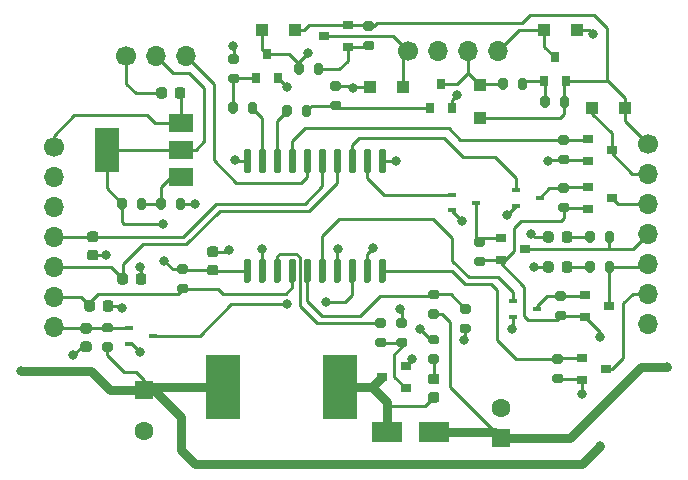
<source format=gbr>
%TF.GenerationSoftware,KiCad,Pcbnew,5.1.12-84ad8e8a86~92~ubuntu20.04.1*%
%TF.CreationDate,2023-10-24T12:46:34+02:00*%
%TF.ProjectId,boost_sequencer,626f6f73-745f-4736-9571-75656e636572,rev?*%
%TF.SameCoordinates,Original*%
%TF.FileFunction,Copper,L1,Top*%
%TF.FilePolarity,Positive*%
%FSLAX46Y46*%
G04 Gerber Fmt 4.6, Leading zero omitted, Abs format (unit mm)*
G04 Created by KiCad (PCBNEW 5.1.12-84ad8e8a86~92~ubuntu20.04.1) date 2023-10-24 12:46:34*
%MOMM*%
%LPD*%
G01*
G04 APERTURE LIST*
%TA.AperFunction,ComponentPad*%
%ADD10O,1.700000X1.700000*%
%TD*%
%TA.AperFunction,ComponentPad*%
%ADD11C,1.700000*%
%TD*%
%TA.AperFunction,SMDPad,CuDef*%
%ADD12R,0.900000X0.800000*%
%TD*%
%TA.AperFunction,SMDPad,CuDef*%
%ADD13R,0.800000X0.900000*%
%TD*%
%TA.AperFunction,SMDPad,CuDef*%
%ADD14R,1.100000X1.100000*%
%TD*%
%TA.AperFunction,SMDPad,CuDef*%
%ADD15R,0.700000X0.450000*%
%TD*%
%TA.AperFunction,SMDPad,CuDef*%
%ADD16R,2.500000X1.800000*%
%TD*%
%TA.AperFunction,SMDPad,CuDef*%
%ADD17R,2.900000X5.400000*%
%TD*%
%TA.AperFunction,SMDPad,CuDef*%
%ADD18R,2.000000X1.500000*%
%TD*%
%TA.AperFunction,SMDPad,CuDef*%
%ADD19R,2.000000X3.800000*%
%TD*%
%TA.AperFunction,ComponentPad*%
%ADD20C,1.600000*%
%TD*%
%TA.AperFunction,ComponentPad*%
%ADD21R,1.600000X1.600000*%
%TD*%
%TA.AperFunction,ViaPad*%
%ADD22C,0.800000*%
%TD*%
%TA.AperFunction,Conductor*%
%ADD23C,0.250000*%
%TD*%
%TA.AperFunction,Conductor*%
%ADD24C,0.800000*%
%TD*%
G04 APERTURE END LIST*
D10*
%TO.P,J2,3*%
%TO.N,Net-(J2-Pad3)*%
X380280000Y-107900000D03*
%TO.P,J2,2*%
%TO.N,Net-(C1-Pad1)*%
X377740000Y-107900000D03*
D11*
%TO.P,J2,1*%
%TO.N,GND*%
X375200000Y-107900000D03*
%TD*%
D10*
%TO.P,J4,7*%
%TO.N,GND*%
X419354000Y-130556000D03*
%TO.P,J4,6*%
%TO.N,Net-(J4-Pad6)*%
X419354000Y-128016000D03*
%TO.P,J4,5*%
%TO.N,Net-(J4-Pad5)*%
X419354000Y-125476000D03*
%TO.P,J4,4*%
%TO.N,Net-(J4-Pad4)*%
X419354000Y-122936000D03*
%TO.P,J4,3*%
%TO.N,Net-(J4-Pad3)*%
X419354000Y-120396000D03*
%TO.P,J4,2*%
%TO.N,Net-(D5-Pad2)*%
X419354000Y-117856000D03*
D11*
%TO.P,J4,1*%
%TO.N,+28V*%
X419354000Y-115316000D03*
%TD*%
D10*
%TO.P,J1,7*%
%TO.N,Net-(C5-Pad1)*%
X369062000Y-130810000D03*
%TO.P,J1,6*%
%TO.N,Net-(C7-Pad1)*%
X369062000Y-128270000D03*
%TO.P,J1,5*%
%TO.N,Net-(C9-Pad1)*%
X369062000Y-125730000D03*
%TO.P,J1,4*%
%TO.N,Net-(C8-Pad1)*%
X369062000Y-123190000D03*
%TO.P,J1,3*%
%TO.N,GND*%
X369062000Y-120650000D03*
%TO.P,J1,2*%
X369062000Y-118110000D03*
D11*
%TO.P,J1,1*%
%TO.N,+12V*%
X369062000Y-115570000D03*
%TD*%
D10*
%TO.P,J3,4*%
%TO.N,Net-(D7-Pad1)*%
X406654000Y-107442000D03*
%TO.P,J3,3*%
%TO.N,Net-(D1-Pad2)*%
X404114000Y-107442000D03*
%TO.P,J3,2*%
%TO.N,Net-(D4-Pad2)*%
X401574000Y-107442000D03*
D11*
%TO.P,J3,1*%
%TO.N,Net-(D8-Pad1)*%
X399034000Y-107442000D03*
%TD*%
%TO.P,R24,2*%
%TO.N,Net-(C7-Pad1)*%
%TA.AperFunction,SMDPad,CuDef*%
G36*
G01*
X379709000Y-127171000D02*
X380259000Y-127171000D01*
G75*
G02*
X380459000Y-127371000I0J-200000D01*
G01*
X380459000Y-127771000D01*
G75*
G02*
X380259000Y-127971000I-200000J0D01*
G01*
X379709000Y-127971000D01*
G75*
G02*
X379509000Y-127771000I0J200000D01*
G01*
X379509000Y-127371000D01*
G75*
G02*
X379709000Y-127171000I200000J0D01*
G01*
G37*
%TD.AperFunction*%
%TO.P,R24,1*%
%TO.N,Net-(C1-Pad1)*%
%TA.AperFunction,SMDPad,CuDef*%
G36*
G01*
X379709000Y-125521000D02*
X380259000Y-125521000D01*
G75*
G02*
X380459000Y-125721000I0J-200000D01*
G01*
X380459000Y-126121000D01*
G75*
G02*
X380259000Y-126321000I-200000J0D01*
G01*
X379709000Y-126321000D01*
G75*
G02*
X379509000Y-126121000I0J200000D01*
G01*
X379509000Y-125721000D01*
G75*
G02*
X379709000Y-125521000I200000J0D01*
G01*
G37*
%TD.AperFunction*%
%TD*%
%TO.P,R21,2*%
%TO.N,GND*%
%TA.AperFunction,SMDPad,CuDef*%
G36*
G01*
X411459000Y-134791000D02*
X412009000Y-134791000D01*
G75*
G02*
X412209000Y-134991000I0J-200000D01*
G01*
X412209000Y-135391000D01*
G75*
G02*
X412009000Y-135591000I-200000J0D01*
G01*
X411459000Y-135591000D01*
G75*
G02*
X411259000Y-135391000I0J200000D01*
G01*
X411259000Y-134991000D01*
G75*
G02*
X411459000Y-134791000I200000J0D01*
G01*
G37*
%TD.AperFunction*%
%TO.P,R21,1*%
%TO.N,Net-(Q14-Pad1)*%
%TA.AperFunction,SMDPad,CuDef*%
G36*
G01*
X411459000Y-133141000D02*
X412009000Y-133141000D01*
G75*
G02*
X412209000Y-133341000I0J-200000D01*
G01*
X412209000Y-133741000D01*
G75*
G02*
X412009000Y-133941000I-200000J0D01*
G01*
X411459000Y-133941000D01*
G75*
G02*
X411259000Y-133741000I0J200000D01*
G01*
X411259000Y-133341000D01*
G75*
G02*
X411459000Y-133141000I200000J0D01*
G01*
G37*
%TD.AperFunction*%
%TD*%
%TO.P,R20,2*%
%TO.N,Net-(Q13-Pad1)*%
%TA.AperFunction,SMDPad,CuDef*%
G36*
G01*
X395457000Y-106597000D02*
X396007000Y-106597000D01*
G75*
G02*
X396207000Y-106797000I0J-200000D01*
G01*
X396207000Y-107197000D01*
G75*
G02*
X396007000Y-107397000I-200000J0D01*
G01*
X395457000Y-107397000D01*
G75*
G02*
X395257000Y-107197000I0J200000D01*
G01*
X395257000Y-106797000D01*
G75*
G02*
X395457000Y-106597000I200000J0D01*
G01*
G37*
%TD.AperFunction*%
%TO.P,R20,1*%
%TO.N,+28V*%
%TA.AperFunction,SMDPad,CuDef*%
G36*
G01*
X395457000Y-104947000D02*
X396007000Y-104947000D01*
G75*
G02*
X396207000Y-105147000I0J-200000D01*
G01*
X396207000Y-105547000D01*
G75*
G02*
X396007000Y-105747000I-200000J0D01*
G01*
X395457000Y-105747000D01*
G75*
G02*
X395257000Y-105547000I0J200000D01*
G01*
X395257000Y-105147000D01*
G75*
G02*
X395457000Y-104947000I200000J0D01*
G01*
G37*
%TD.AperFunction*%
%TD*%
%TO.P,R16,2*%
%TO.N,Net-(Q12-Pad1)*%
%TA.AperFunction,SMDPad,CuDef*%
G36*
G01*
X411055000Y-111485000D02*
X411055000Y-112035000D01*
G75*
G02*
X410855000Y-112235000I-200000J0D01*
G01*
X410455000Y-112235000D01*
G75*
G02*
X410255000Y-112035000I0J200000D01*
G01*
X410255000Y-111485000D01*
G75*
G02*
X410455000Y-111285000I200000J0D01*
G01*
X410855000Y-111285000D01*
G75*
G02*
X411055000Y-111485000I0J-200000D01*
G01*
G37*
%TD.AperFunction*%
%TO.P,R16,1*%
%TO.N,+28V*%
%TA.AperFunction,SMDPad,CuDef*%
G36*
G01*
X412705000Y-111485000D02*
X412705000Y-112035000D01*
G75*
G02*
X412505000Y-112235000I-200000J0D01*
G01*
X412105000Y-112235000D01*
G75*
G02*
X411905000Y-112035000I0J200000D01*
G01*
X411905000Y-111485000D01*
G75*
G02*
X412105000Y-111285000I200000J0D01*
G01*
X412505000Y-111285000D01*
G75*
G02*
X412705000Y-111485000I0J-200000D01*
G01*
G37*
%TD.AperFunction*%
%TD*%
%TO.P,R13,2*%
%TO.N,Net-(D4-Pad2)*%
%TA.AperFunction,SMDPad,CuDef*%
G36*
G01*
X390227000Y-108691000D02*
X390227000Y-109241000D01*
G75*
G02*
X390027000Y-109441000I-200000J0D01*
G01*
X389627000Y-109441000D01*
G75*
G02*
X389427000Y-109241000I0J200000D01*
G01*
X389427000Y-108691000D01*
G75*
G02*
X389627000Y-108491000I200000J0D01*
G01*
X390027000Y-108491000D01*
G75*
G02*
X390227000Y-108691000I0J-200000D01*
G01*
G37*
%TD.AperFunction*%
%TO.P,R13,1*%
%TO.N,Net-(Q13-Pad1)*%
%TA.AperFunction,SMDPad,CuDef*%
G36*
G01*
X391877000Y-108691000D02*
X391877000Y-109241000D01*
G75*
G02*
X391677000Y-109441000I-200000J0D01*
G01*
X391277000Y-109441000D01*
G75*
G02*
X391077000Y-109241000I0J200000D01*
G01*
X391077000Y-108691000D01*
G75*
G02*
X391277000Y-108491000I200000J0D01*
G01*
X391677000Y-108491000D01*
G75*
G02*
X391877000Y-108691000I0J-200000D01*
G01*
G37*
%TD.AperFunction*%
%TD*%
%TO.P,R8,2*%
%TO.N,Net-(D1-Pad2)*%
%TA.AperFunction,SMDPad,CuDef*%
G36*
G01*
X407499000Y-109961000D02*
X407499000Y-110511000D01*
G75*
G02*
X407299000Y-110711000I-200000J0D01*
G01*
X406899000Y-110711000D01*
G75*
G02*
X406699000Y-110511000I0J200000D01*
G01*
X406699000Y-109961000D01*
G75*
G02*
X406899000Y-109761000I200000J0D01*
G01*
X407299000Y-109761000D01*
G75*
G02*
X407499000Y-109961000I0J-200000D01*
G01*
G37*
%TD.AperFunction*%
%TO.P,R8,1*%
%TO.N,Net-(Q12-Pad1)*%
%TA.AperFunction,SMDPad,CuDef*%
G36*
G01*
X409149000Y-109961000D02*
X409149000Y-110511000D01*
G75*
G02*
X408949000Y-110711000I-200000J0D01*
G01*
X408549000Y-110711000D01*
G75*
G02*
X408349000Y-110511000I0J200000D01*
G01*
X408349000Y-109961000D01*
G75*
G02*
X408549000Y-109761000I200000J0D01*
G01*
X408949000Y-109761000D01*
G75*
G02*
X409149000Y-109961000I0J-200000D01*
G01*
G37*
%TD.AperFunction*%
%TD*%
%TO.P,R7,2*%
%TO.N,GND*%
%TA.AperFunction,SMDPad,CuDef*%
G36*
G01*
X384577000Y-108541000D02*
X384027000Y-108541000D01*
G75*
G02*
X383827000Y-108341000I0J200000D01*
G01*
X383827000Y-107941000D01*
G75*
G02*
X384027000Y-107741000I200000J0D01*
G01*
X384577000Y-107741000D01*
G75*
G02*
X384777000Y-107941000I0J-200000D01*
G01*
X384777000Y-108341000D01*
G75*
G02*
X384577000Y-108541000I-200000J0D01*
G01*
G37*
%TD.AperFunction*%
%TO.P,R7,1*%
%TO.N,Net-(Q11-Pad1)*%
%TA.AperFunction,SMDPad,CuDef*%
G36*
G01*
X384577000Y-110191000D02*
X384027000Y-110191000D01*
G75*
G02*
X383827000Y-109991000I0J200000D01*
G01*
X383827000Y-109591000D01*
G75*
G02*
X384027000Y-109391000I200000J0D01*
G01*
X384577000Y-109391000D01*
G75*
G02*
X384777000Y-109591000I0J-200000D01*
G01*
X384777000Y-109991000D01*
G75*
G02*
X384577000Y-110191000I-200000J0D01*
G01*
G37*
%TD.AperFunction*%
%TD*%
%TO.P,R6,2*%
%TO.N,GND*%
%TA.AperFunction,SMDPad,CuDef*%
G36*
G01*
X393213000Y-110827000D02*
X392663000Y-110827000D01*
G75*
G02*
X392463000Y-110627000I0J200000D01*
G01*
X392463000Y-110227000D01*
G75*
G02*
X392663000Y-110027000I200000J0D01*
G01*
X393213000Y-110027000D01*
G75*
G02*
X393413000Y-110227000I0J-200000D01*
G01*
X393413000Y-110627000D01*
G75*
G02*
X393213000Y-110827000I-200000J0D01*
G01*
G37*
%TD.AperFunction*%
%TO.P,R6,1*%
%TO.N,Net-(Q10-Pad1)*%
%TA.AperFunction,SMDPad,CuDef*%
G36*
G01*
X393213000Y-112477000D02*
X392663000Y-112477000D01*
G75*
G02*
X392463000Y-112277000I0J200000D01*
G01*
X392463000Y-111877000D01*
G75*
G02*
X392663000Y-111677000I200000J0D01*
G01*
X393213000Y-111677000D01*
G75*
G02*
X393413000Y-111877000I0J-200000D01*
G01*
X393413000Y-112277000D01*
G75*
G02*
X393213000Y-112477000I-200000J0D01*
G01*
G37*
%TD.AperFunction*%
%TD*%
%TO.P,R5,2*%
%TO.N,Net-(R5-Pad2)*%
%TA.AperFunction,SMDPad,CuDef*%
G36*
G01*
X385489000Y-112543000D02*
X385489000Y-111993000D01*
G75*
G02*
X385689000Y-111793000I200000J0D01*
G01*
X386089000Y-111793000D01*
G75*
G02*
X386289000Y-111993000I0J-200000D01*
G01*
X386289000Y-112543000D01*
G75*
G02*
X386089000Y-112743000I-200000J0D01*
G01*
X385689000Y-112743000D01*
G75*
G02*
X385489000Y-112543000I0J200000D01*
G01*
G37*
%TD.AperFunction*%
%TO.P,R5,1*%
%TO.N,Net-(Q11-Pad1)*%
%TA.AperFunction,SMDPad,CuDef*%
G36*
G01*
X383839000Y-112543000D02*
X383839000Y-111993000D01*
G75*
G02*
X384039000Y-111793000I200000J0D01*
G01*
X384439000Y-111793000D01*
G75*
G02*
X384639000Y-111993000I0J-200000D01*
G01*
X384639000Y-112543000D01*
G75*
G02*
X384439000Y-112743000I-200000J0D01*
G01*
X384039000Y-112743000D01*
G75*
G02*
X383839000Y-112543000I0J200000D01*
G01*
G37*
%TD.AperFunction*%
%TD*%
%TO.P,R2,2*%
%TO.N,Net-(R2-Pad2)*%
%TA.AperFunction,SMDPad,CuDef*%
G36*
G01*
X389211000Y-112247000D02*
X389211000Y-112797000D01*
G75*
G02*
X389011000Y-112997000I-200000J0D01*
G01*
X388611000Y-112997000D01*
G75*
G02*
X388411000Y-112797000I0J200000D01*
G01*
X388411000Y-112247000D01*
G75*
G02*
X388611000Y-112047000I200000J0D01*
G01*
X389011000Y-112047000D01*
G75*
G02*
X389211000Y-112247000I0J-200000D01*
G01*
G37*
%TD.AperFunction*%
%TO.P,R2,1*%
%TO.N,Net-(Q10-Pad1)*%
%TA.AperFunction,SMDPad,CuDef*%
G36*
G01*
X390861000Y-112247000D02*
X390861000Y-112797000D01*
G75*
G02*
X390661000Y-112997000I-200000J0D01*
G01*
X390261000Y-112997000D01*
G75*
G02*
X390061000Y-112797000I0J200000D01*
G01*
X390061000Y-112247000D01*
G75*
G02*
X390261000Y-112047000I200000J0D01*
G01*
X390661000Y-112047000D01*
G75*
G02*
X390861000Y-112247000I0J-200000D01*
G01*
G37*
%TD.AperFunction*%
%TD*%
%TO.P,R1,2*%
%TO.N,Net-(C5-Pad1)*%
%TA.AperFunction,SMDPad,CuDef*%
G36*
G01*
X373875000Y-131275000D02*
X373325000Y-131275000D01*
G75*
G02*
X373125000Y-131075000I0J200000D01*
G01*
X373125000Y-130675000D01*
G75*
G02*
X373325000Y-130475000I200000J0D01*
G01*
X373875000Y-130475000D01*
G75*
G02*
X374075000Y-130675000I0J-200000D01*
G01*
X374075000Y-131075000D01*
G75*
G02*
X373875000Y-131275000I-200000J0D01*
G01*
G37*
%TD.AperFunction*%
%TO.P,R1,1*%
%TO.N,+12V*%
%TA.AperFunction,SMDPad,CuDef*%
G36*
G01*
X373875000Y-132925000D02*
X373325000Y-132925000D01*
G75*
G02*
X373125000Y-132725000I0J200000D01*
G01*
X373125000Y-132325000D01*
G75*
G02*
X373325000Y-132125000I200000J0D01*
G01*
X373875000Y-132125000D01*
G75*
G02*
X374075000Y-132325000I0J-200000D01*
G01*
X374075000Y-132725000D01*
G75*
G02*
X373875000Y-132925000I-200000J0D01*
G01*
G37*
%TD.AperFunction*%
%TD*%
D12*
%TO.P,Q14,3*%
%TO.N,Net-(J4-Pad6)*%
X415782000Y-134366000D03*
%TO.P,Q14,2*%
%TO.N,GND*%
X413782000Y-135316000D03*
%TO.P,Q14,1*%
%TO.N,Net-(Q14-Pad1)*%
X413782000Y-133416000D03*
%TD*%
%TO.P,Q13,3*%
%TO.N,Net-(D8-Pad1)*%
X391938000Y-106172000D03*
%TO.P,Q13,2*%
%TO.N,+28V*%
X393938000Y-105222000D03*
%TO.P,Q13,1*%
%TO.N,Net-(Q13-Pad1)*%
X393938000Y-107122000D03*
%TD*%
D13*
%TO.P,Q12,3*%
%TO.N,Net-(D7-Pad1)*%
X411480000Y-107966000D03*
%TO.P,Q12,2*%
%TO.N,+28V*%
X412430000Y-109966000D03*
%TO.P,Q12,1*%
%TO.N,Net-(Q12-Pad1)*%
X410530000Y-109966000D03*
%TD*%
%TO.P,Q11,3*%
%TO.N,Net-(D4-Pad2)*%
X387096000Y-107712000D03*
%TO.P,Q11,2*%
%TO.N,GND*%
X388046000Y-109712000D03*
%TO.P,Q11,1*%
%TO.N,Net-(Q11-Pad1)*%
X386146000Y-109712000D03*
%TD*%
%TO.P,Q10,3*%
%TO.N,Net-(D1-Pad2)*%
X401828000Y-110252000D03*
%TO.P,Q10,2*%
%TO.N,GND*%
X402778000Y-112252000D03*
%TO.P,Q10,1*%
%TO.N,Net-(Q10-Pad1)*%
X400878000Y-112252000D03*
%TD*%
D14*
%TO.P,D8,2*%
%TO.N,GND*%
X395856000Y-110490000D03*
%TO.P,D8,1*%
%TO.N,Net-(D8-Pad1)*%
X398656000Y-110490000D03*
%TD*%
%TO.P,D7,2*%
%TO.N,GND*%
X413388000Y-105664000D03*
%TO.P,D7,1*%
%TO.N,Net-(D7-Pad1)*%
X410588000Y-105664000D03*
%TD*%
%TO.P,D4,2*%
%TO.N,Net-(D4-Pad2)*%
X386712000Y-105664000D03*
%TO.P,D4,1*%
%TO.N,+28V*%
X389512000Y-105664000D03*
%TD*%
%TO.P,D1,2*%
%TO.N,Net-(D1-Pad2)*%
X405130000Y-110360000D03*
%TO.P,D1,1*%
%TO.N,+28V*%
X405130000Y-113160000D03*
%TD*%
%TO.P,C9,2*%
%TO.N,GND*%
%TA.AperFunction,SMDPad,CuDef*%
G36*
G01*
X375991000Y-126996000D02*
X375991000Y-126496000D01*
G75*
G02*
X376216000Y-126271000I225000J0D01*
G01*
X376666000Y-126271000D01*
G75*
G02*
X376891000Y-126496000I0J-225000D01*
G01*
X376891000Y-126996000D01*
G75*
G02*
X376666000Y-127221000I-225000J0D01*
G01*
X376216000Y-127221000D01*
G75*
G02*
X375991000Y-126996000I0J225000D01*
G01*
G37*
%TD.AperFunction*%
%TO.P,C9,1*%
%TO.N,Net-(C9-Pad1)*%
%TA.AperFunction,SMDPad,CuDef*%
G36*
G01*
X374441000Y-126996000D02*
X374441000Y-126496000D01*
G75*
G02*
X374666000Y-126271000I225000J0D01*
G01*
X375116000Y-126271000D01*
G75*
G02*
X375341000Y-126496000I0J-225000D01*
G01*
X375341000Y-126996000D01*
G75*
G02*
X375116000Y-127221000I-225000J0D01*
G01*
X374666000Y-127221000D01*
G75*
G02*
X374441000Y-126996000I0J225000D01*
G01*
G37*
%TD.AperFunction*%
%TD*%
%TO.P,C7,2*%
%TO.N,GND*%
%TA.AperFunction,SMDPad,CuDef*%
G36*
G01*
X373197000Y-129282000D02*
X373197000Y-128782000D01*
G75*
G02*
X373422000Y-128557000I225000J0D01*
G01*
X373872000Y-128557000D01*
G75*
G02*
X374097000Y-128782000I0J-225000D01*
G01*
X374097000Y-129282000D01*
G75*
G02*
X373872000Y-129507000I-225000J0D01*
G01*
X373422000Y-129507000D01*
G75*
G02*
X373197000Y-129282000I0J225000D01*
G01*
G37*
%TD.AperFunction*%
%TO.P,C7,1*%
%TO.N,Net-(C7-Pad1)*%
%TA.AperFunction,SMDPad,CuDef*%
G36*
G01*
X371647000Y-129282000D02*
X371647000Y-128782000D01*
G75*
G02*
X371872000Y-128557000I225000J0D01*
G01*
X372322000Y-128557000D01*
G75*
G02*
X372547000Y-128782000I0J-225000D01*
G01*
X372547000Y-129282000D01*
G75*
G02*
X372322000Y-129507000I-225000J0D01*
G01*
X371872000Y-129507000D01*
G75*
G02*
X371647000Y-129282000I0J225000D01*
G01*
G37*
%TD.AperFunction*%
%TD*%
D15*
%TO.P,Q8,3*%
%TO.N,Net-(Q8-Pad3)*%
X409940000Y-129286000D03*
%TO.P,Q8,2*%
%TO.N,GND*%
X407940000Y-129936000D03*
%TO.P,Q8,1*%
%TO.N,Net-(Q8-Pad1)*%
X407940000Y-128636000D03*
%TD*%
%TO.P,Q3,3*%
%TO.N,Net-(Q3-Pad3)*%
X404800000Y-120300000D03*
%TO.P,Q3,2*%
%TO.N,GND*%
X402800000Y-120950000D03*
%TO.P,Q3,1*%
%TO.N,Net-(Q3-Pad1)*%
X402800000Y-119650000D03*
%TD*%
%TO.P,Q2,3*%
%TO.N,Net-(Q2-Pad3)*%
X410194000Y-119888000D03*
%TO.P,Q2,2*%
%TO.N,GND*%
X408194000Y-120538000D03*
%TO.P,Q2,1*%
%TO.N,Net-(Q2-Pad1)*%
X408194000Y-119238000D03*
%TD*%
%TO.P,Q1,3*%
%TO.N,Net-(Q1-Pad3)*%
X377428000Y-131572000D03*
%TO.P,Q1,2*%
%TO.N,GND*%
X375428000Y-132222000D03*
%TO.P,Q1,1*%
%TO.N,Net-(C5-Pad1)*%
X375428000Y-130922000D03*
%TD*%
%TO.P,U2,20*%
%TO.N,GND*%
%TA.AperFunction,SMDPad,CuDef*%
G36*
G01*
X385595000Y-117787000D02*
X385295000Y-117787000D01*
G75*
G02*
X385145000Y-117637000I0J150000D01*
G01*
X385145000Y-115887000D01*
G75*
G02*
X385295000Y-115737000I150000J0D01*
G01*
X385595000Y-115737000D01*
G75*
G02*
X385745000Y-115887000I0J-150000D01*
G01*
X385745000Y-117637000D01*
G75*
G02*
X385595000Y-117787000I-150000J0D01*
G01*
G37*
%TD.AperFunction*%
%TO.P,U2,19*%
%TO.N,Net-(R5-Pad2)*%
%TA.AperFunction,SMDPad,CuDef*%
G36*
G01*
X386865000Y-117787000D02*
X386565000Y-117787000D01*
G75*
G02*
X386415000Y-117637000I0J150000D01*
G01*
X386415000Y-115887000D01*
G75*
G02*
X386565000Y-115737000I150000J0D01*
G01*
X386865000Y-115737000D01*
G75*
G02*
X387015000Y-115887000I0J-150000D01*
G01*
X387015000Y-117637000D01*
G75*
G02*
X386865000Y-117787000I-150000J0D01*
G01*
G37*
%TD.AperFunction*%
%TO.P,U2,18*%
%TO.N,Net-(R2-Pad2)*%
%TA.AperFunction,SMDPad,CuDef*%
G36*
G01*
X388135000Y-117787000D02*
X387835000Y-117787000D01*
G75*
G02*
X387685000Y-117637000I0J150000D01*
G01*
X387685000Y-115887000D01*
G75*
G02*
X387835000Y-115737000I150000J0D01*
G01*
X388135000Y-115737000D01*
G75*
G02*
X388285000Y-115887000I0J-150000D01*
G01*
X388285000Y-117637000D01*
G75*
G02*
X388135000Y-117787000I-150000J0D01*
G01*
G37*
%TD.AperFunction*%
%TO.P,U2,17*%
%TO.N,Net-(Q7-Pad1)*%
%TA.AperFunction,SMDPad,CuDef*%
G36*
G01*
X389405000Y-117787000D02*
X389105000Y-117787000D01*
G75*
G02*
X388955000Y-117637000I0J150000D01*
G01*
X388955000Y-115887000D01*
G75*
G02*
X389105000Y-115737000I150000J0D01*
G01*
X389405000Y-115737000D01*
G75*
G02*
X389555000Y-115887000I0J-150000D01*
G01*
X389555000Y-117637000D01*
G75*
G02*
X389405000Y-117787000I-150000J0D01*
G01*
G37*
%TD.AperFunction*%
%TO.P,U2,16*%
%TO.N,Net-(J2-Pad3)*%
%TA.AperFunction,SMDPad,CuDef*%
G36*
G01*
X390675000Y-117787000D02*
X390375000Y-117787000D01*
G75*
G02*
X390225000Y-117637000I0J150000D01*
G01*
X390225000Y-115887000D01*
G75*
G02*
X390375000Y-115737000I150000J0D01*
G01*
X390675000Y-115737000D01*
G75*
G02*
X390825000Y-115887000I0J-150000D01*
G01*
X390825000Y-117637000D01*
G75*
G02*
X390675000Y-117787000I-150000J0D01*
G01*
G37*
%TD.AperFunction*%
%TO.P,U2,15*%
%TO.N,Net-(C8-Pad1)*%
%TA.AperFunction,SMDPad,CuDef*%
G36*
G01*
X391945000Y-117787000D02*
X391645000Y-117787000D01*
G75*
G02*
X391495000Y-117637000I0J150000D01*
G01*
X391495000Y-115887000D01*
G75*
G02*
X391645000Y-115737000I150000J0D01*
G01*
X391945000Y-115737000D01*
G75*
G02*
X392095000Y-115887000I0J-150000D01*
G01*
X392095000Y-117637000D01*
G75*
G02*
X391945000Y-117787000I-150000J0D01*
G01*
G37*
%TD.AperFunction*%
%TO.P,U2,14*%
%TO.N,Net-(C9-Pad1)*%
%TA.AperFunction,SMDPad,CuDef*%
G36*
G01*
X393215000Y-117787000D02*
X392915000Y-117787000D01*
G75*
G02*
X392765000Y-117637000I0J150000D01*
G01*
X392765000Y-115887000D01*
G75*
G02*
X392915000Y-115737000I150000J0D01*
G01*
X393215000Y-115737000D01*
G75*
G02*
X393365000Y-115887000I0J-150000D01*
G01*
X393365000Y-117637000D01*
G75*
G02*
X393215000Y-117787000I-150000J0D01*
G01*
G37*
%TD.AperFunction*%
%TO.P,U2,13*%
%TO.N,Net-(Q2-Pad1)*%
%TA.AperFunction,SMDPad,CuDef*%
G36*
G01*
X394485000Y-117787000D02*
X394185000Y-117787000D01*
G75*
G02*
X394035000Y-117637000I0J150000D01*
G01*
X394035000Y-115887000D01*
G75*
G02*
X394185000Y-115737000I150000J0D01*
G01*
X394485000Y-115737000D01*
G75*
G02*
X394635000Y-115887000I0J-150000D01*
G01*
X394635000Y-117637000D01*
G75*
G02*
X394485000Y-117787000I-150000J0D01*
G01*
G37*
%TD.AperFunction*%
%TO.P,U2,12*%
%TO.N,Net-(Q3-Pad1)*%
%TA.AperFunction,SMDPad,CuDef*%
G36*
G01*
X395755000Y-117787000D02*
X395455000Y-117787000D01*
G75*
G02*
X395305000Y-117637000I0J150000D01*
G01*
X395305000Y-115887000D01*
G75*
G02*
X395455000Y-115737000I150000J0D01*
G01*
X395755000Y-115737000D01*
G75*
G02*
X395905000Y-115887000I0J-150000D01*
G01*
X395905000Y-117637000D01*
G75*
G02*
X395755000Y-117787000I-150000J0D01*
G01*
G37*
%TD.AperFunction*%
%TO.P,U2,11*%
%TO.N,Net-(JP4-Pad2)*%
%TA.AperFunction,SMDPad,CuDef*%
G36*
G01*
X397025000Y-117787000D02*
X396725000Y-117787000D01*
G75*
G02*
X396575000Y-117637000I0J150000D01*
G01*
X396575000Y-115887000D01*
G75*
G02*
X396725000Y-115737000I150000J0D01*
G01*
X397025000Y-115737000D01*
G75*
G02*
X397175000Y-115887000I0J-150000D01*
G01*
X397175000Y-117637000D01*
G75*
G02*
X397025000Y-117787000I-150000J0D01*
G01*
G37*
%TD.AperFunction*%
%TO.P,U2,10*%
%TO.N,Net-(Q14-Pad1)*%
%TA.AperFunction,SMDPad,CuDef*%
G36*
G01*
X397025000Y-127087000D02*
X396725000Y-127087000D01*
G75*
G02*
X396575000Y-126937000I0J150000D01*
G01*
X396575000Y-125187000D01*
G75*
G02*
X396725000Y-125037000I150000J0D01*
G01*
X397025000Y-125037000D01*
G75*
G02*
X397175000Y-125187000I0J-150000D01*
G01*
X397175000Y-126937000D01*
G75*
G02*
X397025000Y-127087000I-150000J0D01*
G01*
G37*
%TD.AperFunction*%
%TO.P,U2,9*%
%TO.N,Net-(JP2-Pad2)*%
%TA.AperFunction,SMDPad,CuDef*%
G36*
G01*
X395755000Y-127087000D02*
X395455000Y-127087000D01*
G75*
G02*
X395305000Y-126937000I0J150000D01*
G01*
X395305000Y-125187000D01*
G75*
G02*
X395455000Y-125037000I150000J0D01*
G01*
X395755000Y-125037000D01*
G75*
G02*
X395905000Y-125187000I0J-150000D01*
G01*
X395905000Y-126937000D01*
G75*
G02*
X395755000Y-127087000I-150000J0D01*
G01*
G37*
%TD.AperFunction*%
%TO.P,U2,8*%
%TO.N,Net-(Q1-Pad3)*%
%TA.AperFunction,SMDPad,CuDef*%
G36*
G01*
X394485000Y-127087000D02*
X394185000Y-127087000D01*
G75*
G02*
X394035000Y-126937000I0J150000D01*
G01*
X394035000Y-125187000D01*
G75*
G02*
X394185000Y-125037000I150000J0D01*
G01*
X394485000Y-125037000D01*
G75*
G02*
X394635000Y-125187000I0J-150000D01*
G01*
X394635000Y-126937000D01*
G75*
G02*
X394485000Y-127087000I-150000J0D01*
G01*
G37*
%TD.AperFunction*%
%TO.P,U2,7*%
%TO.N,Net-(JP3-Pad2)*%
%TA.AperFunction,SMDPad,CuDef*%
G36*
G01*
X393215000Y-127087000D02*
X392915000Y-127087000D01*
G75*
G02*
X392765000Y-126937000I0J150000D01*
G01*
X392765000Y-125187000D01*
G75*
G02*
X392915000Y-125037000I150000J0D01*
G01*
X393215000Y-125037000D01*
G75*
G02*
X393365000Y-125187000I0J-150000D01*
G01*
X393365000Y-126937000D01*
G75*
G02*
X393215000Y-127087000I-150000J0D01*
G01*
G37*
%TD.AperFunction*%
%TO.P,U2,6*%
%TO.N,Net-(Q8-Pad1)*%
%TA.AperFunction,SMDPad,CuDef*%
G36*
G01*
X391945000Y-127087000D02*
X391645000Y-127087000D01*
G75*
G02*
X391495000Y-126937000I0J150000D01*
G01*
X391495000Y-125187000D01*
G75*
G02*
X391645000Y-125037000I150000J0D01*
G01*
X391945000Y-125037000D01*
G75*
G02*
X392095000Y-125187000I0J-150000D01*
G01*
X392095000Y-126937000D01*
G75*
G02*
X391945000Y-127087000I-150000J0D01*
G01*
G37*
%TD.AperFunction*%
%TO.P,U2,5*%
%TO.N,Net-(R17-Pad2)*%
%TA.AperFunction,SMDPad,CuDef*%
G36*
G01*
X390675000Y-127087000D02*
X390375000Y-127087000D01*
G75*
G02*
X390225000Y-126937000I0J150000D01*
G01*
X390225000Y-125187000D01*
G75*
G02*
X390375000Y-125037000I150000J0D01*
G01*
X390675000Y-125037000D01*
G75*
G02*
X390825000Y-125187000I0J-150000D01*
G01*
X390825000Y-126937000D01*
G75*
G02*
X390675000Y-127087000I-150000J0D01*
G01*
G37*
%TD.AperFunction*%
%TO.P,U2,4*%
%TO.N,Net-(C7-Pad1)*%
%TA.AperFunction,SMDPad,CuDef*%
G36*
G01*
X389405000Y-127087000D02*
X389105000Y-127087000D01*
G75*
G02*
X388955000Y-126937000I0J150000D01*
G01*
X388955000Y-125187000D01*
G75*
G02*
X389105000Y-125037000I150000J0D01*
G01*
X389405000Y-125037000D01*
G75*
G02*
X389555000Y-125187000I0J-150000D01*
G01*
X389555000Y-126937000D01*
G75*
G02*
X389405000Y-127087000I-150000J0D01*
G01*
G37*
%TD.AperFunction*%
%TO.P,U2,3*%
%TO.N,Net-(R11-Pad1)*%
%TA.AperFunction,SMDPad,CuDef*%
G36*
G01*
X388135000Y-127087000D02*
X387835000Y-127087000D01*
G75*
G02*
X387685000Y-126937000I0J150000D01*
G01*
X387685000Y-125187000D01*
G75*
G02*
X387835000Y-125037000I150000J0D01*
G01*
X388135000Y-125037000D01*
G75*
G02*
X388285000Y-125187000I0J-150000D01*
G01*
X388285000Y-126937000D01*
G75*
G02*
X388135000Y-127087000I-150000J0D01*
G01*
G37*
%TD.AperFunction*%
%TO.P,U2,2*%
%TO.N,Net-(JP1-Pad2)*%
%TA.AperFunction,SMDPad,CuDef*%
G36*
G01*
X386865000Y-127087000D02*
X386565000Y-127087000D01*
G75*
G02*
X386415000Y-126937000I0J150000D01*
G01*
X386415000Y-125187000D01*
G75*
G02*
X386565000Y-125037000I150000J0D01*
G01*
X386865000Y-125037000D01*
G75*
G02*
X387015000Y-125187000I0J-150000D01*
G01*
X387015000Y-126937000D01*
G75*
G02*
X386865000Y-127087000I-150000J0D01*
G01*
G37*
%TD.AperFunction*%
%TO.P,U2,1*%
%TO.N,Net-(C1-Pad1)*%
%TA.AperFunction,SMDPad,CuDef*%
G36*
G01*
X385595000Y-127087000D02*
X385295000Y-127087000D01*
G75*
G02*
X385145000Y-126937000I0J150000D01*
G01*
X385145000Y-125187000D01*
G75*
G02*
X385295000Y-125037000I150000J0D01*
G01*
X385595000Y-125037000D01*
G75*
G02*
X385745000Y-125187000I0J-150000D01*
G01*
X385745000Y-126937000D01*
G75*
G02*
X385595000Y-127087000I-150000J0D01*
G01*
G37*
%TD.AperFunction*%
%TD*%
D12*
%TO.P,Q7,3*%
%TO.N,Net-(D5-Pad2)*%
X416290000Y-115824000D03*
%TO.P,Q7,2*%
%TO.N,GND*%
X414290000Y-116774000D03*
%TO.P,Q7,1*%
%TO.N,Net-(Q7-Pad1)*%
X414290000Y-114874000D03*
%TD*%
%TO.P,C8,2*%
%TO.N,GND*%
%TA.AperFunction,SMDPad,CuDef*%
G36*
G01*
X372114000Y-124277000D02*
X372614000Y-124277000D01*
G75*
G02*
X372839000Y-124502000I0J-225000D01*
G01*
X372839000Y-124952000D01*
G75*
G02*
X372614000Y-125177000I-225000J0D01*
G01*
X372114000Y-125177000D01*
G75*
G02*
X371889000Y-124952000I0J225000D01*
G01*
X371889000Y-124502000D01*
G75*
G02*
X372114000Y-124277000I225000J0D01*
G01*
G37*
%TD.AperFunction*%
%TO.P,C8,1*%
%TO.N,Net-(C8-Pad1)*%
%TA.AperFunction,SMDPad,CuDef*%
G36*
G01*
X372114000Y-122727000D02*
X372614000Y-122727000D01*
G75*
G02*
X372839000Y-122952000I0J-225000D01*
G01*
X372839000Y-123402000D01*
G75*
G02*
X372614000Y-123627000I-225000J0D01*
G01*
X372114000Y-123627000D01*
G75*
G02*
X371889000Y-123402000I0J225000D01*
G01*
X371889000Y-122952000D01*
G75*
G02*
X372114000Y-122727000I225000J0D01*
G01*
G37*
%TD.AperFunction*%
%TD*%
%TO.P,C6,2*%
%TO.N,GND*%
%TA.AperFunction,SMDPad,CuDef*%
G36*
G01*
X378643000Y-110748000D02*
X378643000Y-111248000D01*
G75*
G02*
X378418000Y-111473000I-225000J0D01*
G01*
X377968000Y-111473000D01*
G75*
G02*
X377743000Y-111248000I0J225000D01*
G01*
X377743000Y-110748000D01*
G75*
G02*
X377968000Y-110523000I225000J0D01*
G01*
X378418000Y-110523000D01*
G75*
G02*
X378643000Y-110748000I0J-225000D01*
G01*
G37*
%TD.AperFunction*%
%TO.P,C6,1*%
%TO.N,+12V*%
%TA.AperFunction,SMDPad,CuDef*%
G36*
G01*
X380193000Y-110748000D02*
X380193000Y-111248000D01*
G75*
G02*
X379968000Y-111473000I-225000J0D01*
G01*
X379518000Y-111473000D01*
G75*
G02*
X379293000Y-111248000I0J225000D01*
G01*
X379293000Y-110748000D01*
G75*
G02*
X379518000Y-110523000I225000J0D01*
G01*
X379968000Y-110523000D01*
G75*
G02*
X380193000Y-110748000I0J-225000D01*
G01*
G37*
%TD.AperFunction*%
%TD*%
%TO.P,C5,2*%
%TO.N,GND*%
%TA.AperFunction,SMDPad,CuDef*%
G36*
G01*
X371550000Y-132025000D02*
X372050000Y-132025000D01*
G75*
G02*
X372275000Y-132250000I0J-225000D01*
G01*
X372275000Y-132700000D01*
G75*
G02*
X372050000Y-132925000I-225000J0D01*
G01*
X371550000Y-132925000D01*
G75*
G02*
X371325000Y-132700000I0J225000D01*
G01*
X371325000Y-132250000D01*
G75*
G02*
X371550000Y-132025000I225000J0D01*
G01*
G37*
%TD.AperFunction*%
%TO.P,C5,1*%
%TO.N,Net-(C5-Pad1)*%
%TA.AperFunction,SMDPad,CuDef*%
G36*
G01*
X371550000Y-130475000D02*
X372050000Y-130475000D01*
G75*
G02*
X372275000Y-130700000I0J-225000D01*
G01*
X372275000Y-131150000D01*
G75*
G02*
X372050000Y-131375000I-225000J0D01*
G01*
X371550000Y-131375000D01*
G75*
G02*
X371325000Y-131150000I0J225000D01*
G01*
X371325000Y-130700000D01*
G75*
G02*
X371550000Y-130475000I225000J0D01*
G01*
G37*
%TD.AperFunction*%
%TD*%
%TO.P,Q9,3*%
%TO.N,Net-(J4-Pad5)*%
X416036000Y-129032000D03*
%TO.P,Q9,2*%
%TO.N,+12V*%
X414036000Y-129982000D03*
%TO.P,Q9,1*%
%TO.N,Net-(Q8-Pad3)*%
X414036000Y-128082000D03*
%TD*%
%TO.P,R23,2*%
%TO.N,Net-(D6-Pad2)*%
%TA.AperFunction,SMDPad,CuDef*%
G36*
G01*
X414865000Y-125455000D02*
X414865000Y-126005000D01*
G75*
G02*
X414665000Y-126205000I-200000J0D01*
G01*
X414265000Y-126205000D01*
G75*
G02*
X414065000Y-126005000I0J200000D01*
G01*
X414065000Y-125455000D01*
G75*
G02*
X414265000Y-125255000I200000J0D01*
G01*
X414665000Y-125255000D01*
G75*
G02*
X414865000Y-125455000I0J-200000D01*
G01*
G37*
%TD.AperFunction*%
%TO.P,R23,1*%
%TO.N,Net-(J4-Pad5)*%
%TA.AperFunction,SMDPad,CuDef*%
G36*
G01*
X416515000Y-125455000D02*
X416515000Y-126005000D01*
G75*
G02*
X416315000Y-126205000I-200000J0D01*
G01*
X415915000Y-126205000D01*
G75*
G02*
X415715000Y-126005000I0J200000D01*
G01*
X415715000Y-125455000D01*
G75*
G02*
X415915000Y-125255000I200000J0D01*
G01*
X416315000Y-125255000D01*
G75*
G02*
X416515000Y-125455000I0J-200000D01*
G01*
G37*
%TD.AperFunction*%
%TD*%
%TO.P,R22,2*%
%TO.N,Net-(Q8-Pad3)*%
%TA.AperFunction,SMDPad,CuDef*%
G36*
G01*
X412263000Y-128607000D02*
X411713000Y-128607000D01*
G75*
G02*
X411513000Y-128407000I0J200000D01*
G01*
X411513000Y-128007000D01*
G75*
G02*
X411713000Y-127807000I200000J0D01*
G01*
X412263000Y-127807000D01*
G75*
G02*
X412463000Y-128007000I0J-200000D01*
G01*
X412463000Y-128407000D01*
G75*
G02*
X412263000Y-128607000I-200000J0D01*
G01*
G37*
%TD.AperFunction*%
%TO.P,R22,1*%
%TO.N,+12V*%
%TA.AperFunction,SMDPad,CuDef*%
G36*
G01*
X412263000Y-130257000D02*
X411713000Y-130257000D01*
G75*
G02*
X411513000Y-130057000I0J200000D01*
G01*
X411513000Y-129657000D01*
G75*
G02*
X411713000Y-129457000I200000J0D01*
G01*
X412263000Y-129457000D01*
G75*
G02*
X412463000Y-129657000I0J-200000D01*
G01*
X412463000Y-130057000D01*
G75*
G02*
X412263000Y-130257000I-200000J0D01*
G01*
G37*
%TD.AperFunction*%
%TD*%
%TO.P,D6,2*%
%TO.N,Net-(D6-Pad2)*%
%TA.AperFunction,SMDPad,CuDef*%
G36*
G01*
X412084000Y-125986250D02*
X412084000Y-125473750D01*
G75*
G02*
X412302750Y-125255000I218750J0D01*
G01*
X412740250Y-125255000D01*
G75*
G02*
X412959000Y-125473750I0J-218750D01*
G01*
X412959000Y-125986250D01*
G75*
G02*
X412740250Y-126205000I-218750J0D01*
G01*
X412302750Y-126205000D01*
G75*
G02*
X412084000Y-125986250I0J218750D01*
G01*
G37*
%TD.AperFunction*%
%TO.P,D6,1*%
%TO.N,GND*%
%TA.AperFunction,SMDPad,CuDef*%
G36*
G01*
X410509000Y-125986250D02*
X410509000Y-125473750D01*
G75*
G02*
X410727750Y-125255000I218750J0D01*
G01*
X411165250Y-125255000D01*
G75*
G02*
X411384000Y-125473750I0J-218750D01*
G01*
X411384000Y-125986250D01*
G75*
G02*
X411165250Y-126205000I-218750J0D01*
G01*
X410727750Y-126205000D01*
G75*
G02*
X410509000Y-125986250I0J218750D01*
G01*
G37*
%TD.AperFunction*%
%TD*%
D16*
%TO.P,D3,2*%
%TO.N,Net-(C3-Pad1)*%
X397288000Y-139738100D03*
%TO.P,D3,1*%
%TO.N,+28V*%
X401288000Y-139738100D03*
%TD*%
D12*
%TO.P,Q6,3*%
%TO.N,Net-(C3-Pad1)*%
X396852900Y-135064500D03*
%TO.P,Q6,2*%
%TO.N,GND*%
X398852900Y-134114500D03*
%TO.P,Q6,1*%
%TO.N,Net-(Q6-Pad1)*%
X398852900Y-136014500D03*
%TD*%
D17*
%TO.P,L1,2*%
%TO.N,Net-(C3-Pad1)*%
X393316000Y-135890000D03*
%TO.P,L1,1*%
%TO.N,+12V*%
X383416000Y-135890000D03*
%TD*%
D18*
%TO.P,U1,1*%
%TO.N,Net-(R3-Pad2)*%
X379832000Y-118124000D03*
%TO.P,U1,3*%
%TO.N,+12V*%
X379832000Y-113524000D03*
%TO.P,U1,2*%
%TO.N,Net-(C1-Pad1)*%
X379832000Y-115824000D03*
D19*
X373532000Y-115824000D03*
%TD*%
%TO.P,R19,2*%
%TO.N,GND*%
%TA.AperFunction,SMDPad,CuDef*%
G36*
G01*
X411967000Y-116249000D02*
X412517000Y-116249000D01*
G75*
G02*
X412717000Y-116449000I0J-200000D01*
G01*
X412717000Y-116849000D01*
G75*
G02*
X412517000Y-117049000I-200000J0D01*
G01*
X411967000Y-117049000D01*
G75*
G02*
X411767000Y-116849000I0J200000D01*
G01*
X411767000Y-116449000D01*
G75*
G02*
X411967000Y-116249000I200000J0D01*
G01*
G37*
%TD.AperFunction*%
%TO.P,R19,1*%
%TO.N,Net-(Q7-Pad1)*%
%TA.AperFunction,SMDPad,CuDef*%
G36*
G01*
X411967000Y-114599000D02*
X412517000Y-114599000D01*
G75*
G02*
X412717000Y-114799000I0J-200000D01*
G01*
X412717000Y-115199000D01*
G75*
G02*
X412517000Y-115399000I-200000J0D01*
G01*
X411967000Y-115399000D01*
G75*
G02*
X411767000Y-115199000I0J200000D01*
G01*
X411767000Y-114799000D01*
G75*
G02*
X411967000Y-114599000I200000J0D01*
G01*
G37*
%TD.AperFunction*%
%TD*%
%TO.P,R18,2*%
%TO.N,GND*%
%TA.AperFunction,SMDPad,CuDef*%
G36*
G01*
X403625000Y-130525000D02*
X404175000Y-130525000D01*
G75*
G02*
X404375000Y-130725000I0J-200000D01*
G01*
X404375000Y-131125000D01*
G75*
G02*
X404175000Y-131325000I-200000J0D01*
G01*
X403625000Y-131325000D01*
G75*
G02*
X403425000Y-131125000I0J200000D01*
G01*
X403425000Y-130725000D01*
G75*
G02*
X403625000Y-130525000I200000J0D01*
G01*
G37*
%TD.AperFunction*%
%TO.P,R18,1*%
%TO.N,Net-(R17-Pad2)*%
%TA.AperFunction,SMDPad,CuDef*%
G36*
G01*
X403625000Y-128875000D02*
X404175000Y-128875000D01*
G75*
G02*
X404375000Y-129075000I0J-200000D01*
G01*
X404375000Y-129475000D01*
G75*
G02*
X404175000Y-129675000I-200000J0D01*
G01*
X403625000Y-129675000D01*
G75*
G02*
X403425000Y-129475000I0J200000D01*
G01*
X403425000Y-129075000D01*
G75*
G02*
X403625000Y-128875000I200000J0D01*
G01*
G37*
%TD.AperFunction*%
%TD*%
%TO.P,R17,2*%
%TO.N,Net-(R17-Pad2)*%
%TA.AperFunction,SMDPad,CuDef*%
G36*
G01*
X401506100Y-128454600D02*
X400956100Y-128454600D01*
G75*
G02*
X400756100Y-128254600I0J200000D01*
G01*
X400756100Y-127854600D01*
G75*
G02*
X400956100Y-127654600I200000J0D01*
G01*
X401506100Y-127654600D01*
G75*
G02*
X401706100Y-127854600I0J-200000D01*
G01*
X401706100Y-128254600D01*
G75*
G02*
X401506100Y-128454600I-200000J0D01*
G01*
G37*
%TD.AperFunction*%
%TO.P,R17,1*%
%TO.N,+28V*%
%TA.AperFunction,SMDPad,CuDef*%
G36*
G01*
X401506100Y-130104600D02*
X400956100Y-130104600D01*
G75*
G02*
X400756100Y-129904600I0J200000D01*
G01*
X400756100Y-129504600D01*
G75*
G02*
X400956100Y-129304600I200000J0D01*
G01*
X401506100Y-129304600D01*
G75*
G02*
X401706100Y-129504600I0J-200000D01*
G01*
X401706100Y-129904600D01*
G75*
G02*
X401506100Y-130104600I-200000J0D01*
G01*
G37*
%TD.AperFunction*%
%TD*%
%TO.P,R15,2*%
%TO.N,GND*%
%TA.AperFunction,SMDPad,CuDef*%
G36*
G01*
X401493400Y-132277300D02*
X400943400Y-132277300D01*
G75*
G02*
X400743400Y-132077300I0J200000D01*
G01*
X400743400Y-131677300D01*
G75*
G02*
X400943400Y-131477300I200000J0D01*
G01*
X401493400Y-131477300D01*
G75*
G02*
X401693400Y-131677300I0J-200000D01*
G01*
X401693400Y-132077300D01*
G75*
G02*
X401493400Y-132277300I-200000J0D01*
G01*
G37*
%TD.AperFunction*%
%TO.P,R15,1*%
%TO.N,Net-(C3-Pad2)*%
%TA.AperFunction,SMDPad,CuDef*%
G36*
G01*
X401493400Y-133927300D02*
X400943400Y-133927300D01*
G75*
G02*
X400743400Y-133727300I0J200000D01*
G01*
X400743400Y-133327300D01*
G75*
G02*
X400943400Y-133127300I200000J0D01*
G01*
X401493400Y-133127300D01*
G75*
G02*
X401693400Y-133327300I0J-200000D01*
G01*
X401693400Y-133727300D01*
G75*
G02*
X401493400Y-133927300I-200000J0D01*
G01*
G37*
%TD.AperFunction*%
%TD*%
%TO.P,R14,2*%
%TO.N,Net-(D2-Pad2)*%
%TA.AperFunction,SMDPad,CuDef*%
G36*
G01*
X414865000Y-122915000D02*
X414865000Y-123465000D01*
G75*
G02*
X414665000Y-123665000I-200000J0D01*
G01*
X414265000Y-123665000D01*
G75*
G02*
X414065000Y-123465000I0J200000D01*
G01*
X414065000Y-122915000D01*
G75*
G02*
X414265000Y-122715000I200000J0D01*
G01*
X414665000Y-122715000D01*
G75*
G02*
X414865000Y-122915000I0J-200000D01*
G01*
G37*
%TD.AperFunction*%
%TO.P,R14,1*%
%TO.N,Net-(J4-Pad4)*%
%TA.AperFunction,SMDPad,CuDef*%
G36*
G01*
X416515000Y-122915000D02*
X416515000Y-123465000D01*
G75*
G02*
X416315000Y-123665000I-200000J0D01*
G01*
X415915000Y-123665000D01*
G75*
G02*
X415715000Y-123465000I0J200000D01*
G01*
X415715000Y-122915000D01*
G75*
G02*
X415915000Y-122715000I200000J0D01*
G01*
X416315000Y-122715000D01*
G75*
G02*
X416515000Y-122915000I0J-200000D01*
G01*
G37*
%TD.AperFunction*%
%TD*%
%TO.P,R12,2*%
%TO.N,GND*%
%TA.AperFunction,SMDPad,CuDef*%
G36*
G01*
X398801000Y-130893000D02*
X398251000Y-130893000D01*
G75*
G02*
X398051000Y-130693000I0J200000D01*
G01*
X398051000Y-130293000D01*
G75*
G02*
X398251000Y-130093000I200000J0D01*
G01*
X398801000Y-130093000D01*
G75*
G02*
X399001000Y-130293000I0J-200000D01*
G01*
X399001000Y-130693000D01*
G75*
G02*
X398801000Y-130893000I-200000J0D01*
G01*
G37*
%TD.AperFunction*%
%TO.P,R12,1*%
%TO.N,Net-(Q6-Pad1)*%
%TA.AperFunction,SMDPad,CuDef*%
G36*
G01*
X398801000Y-132543000D02*
X398251000Y-132543000D01*
G75*
G02*
X398051000Y-132343000I0J200000D01*
G01*
X398051000Y-131943000D01*
G75*
G02*
X398251000Y-131743000I200000J0D01*
G01*
X398801000Y-131743000D01*
G75*
G02*
X399001000Y-131943000I0J-200000D01*
G01*
X399001000Y-132343000D01*
G75*
G02*
X398801000Y-132543000I-200000J0D01*
G01*
G37*
%TD.AperFunction*%
%TD*%
%TO.P,R11,2*%
%TO.N,Net-(Q6-Pad1)*%
%TA.AperFunction,SMDPad,CuDef*%
G36*
G01*
X396473000Y-131743000D02*
X397023000Y-131743000D01*
G75*
G02*
X397223000Y-131943000I0J-200000D01*
G01*
X397223000Y-132343000D01*
G75*
G02*
X397023000Y-132543000I-200000J0D01*
G01*
X396473000Y-132543000D01*
G75*
G02*
X396273000Y-132343000I0J200000D01*
G01*
X396273000Y-131943000D01*
G75*
G02*
X396473000Y-131743000I200000J0D01*
G01*
G37*
%TD.AperFunction*%
%TO.P,R11,1*%
%TO.N,Net-(R11-Pad1)*%
%TA.AperFunction,SMDPad,CuDef*%
G36*
G01*
X396473000Y-130093000D02*
X397023000Y-130093000D01*
G75*
G02*
X397223000Y-130293000I0J-200000D01*
G01*
X397223000Y-130693000D01*
G75*
G02*
X397023000Y-130893000I-200000J0D01*
G01*
X396473000Y-130893000D01*
G75*
G02*
X396273000Y-130693000I0J200000D01*
G01*
X396273000Y-130293000D01*
G75*
G02*
X396473000Y-130093000I200000J0D01*
G01*
G37*
%TD.AperFunction*%
%TD*%
%TO.P,R10,2*%
%TO.N,Net-(Q2-Pad3)*%
%TA.AperFunction,SMDPad,CuDef*%
G36*
G01*
X412517000Y-119463000D02*
X411967000Y-119463000D01*
G75*
G02*
X411767000Y-119263000I0J200000D01*
G01*
X411767000Y-118863000D01*
G75*
G02*
X411967000Y-118663000I200000J0D01*
G01*
X412517000Y-118663000D01*
G75*
G02*
X412717000Y-118863000I0J-200000D01*
G01*
X412717000Y-119263000D01*
G75*
G02*
X412517000Y-119463000I-200000J0D01*
G01*
G37*
%TD.AperFunction*%
%TO.P,R10,1*%
%TO.N,+12V*%
%TA.AperFunction,SMDPad,CuDef*%
G36*
G01*
X412517000Y-121113000D02*
X411967000Y-121113000D01*
G75*
G02*
X411767000Y-120913000I0J200000D01*
G01*
X411767000Y-120513000D01*
G75*
G02*
X411967000Y-120313000I200000J0D01*
G01*
X412517000Y-120313000D01*
G75*
G02*
X412717000Y-120513000I0J-200000D01*
G01*
X412717000Y-120913000D01*
G75*
G02*
X412517000Y-121113000I-200000J0D01*
G01*
G37*
%TD.AperFunction*%
%TD*%
%TO.P,R9,2*%
%TO.N,Net-(Q3-Pad3)*%
%TA.AperFunction,SMDPad,CuDef*%
G36*
G01*
X405405000Y-124035000D02*
X404855000Y-124035000D01*
G75*
G02*
X404655000Y-123835000I0J200000D01*
G01*
X404655000Y-123435000D01*
G75*
G02*
X404855000Y-123235000I200000J0D01*
G01*
X405405000Y-123235000D01*
G75*
G02*
X405605000Y-123435000I0J-200000D01*
G01*
X405605000Y-123835000D01*
G75*
G02*
X405405000Y-124035000I-200000J0D01*
G01*
G37*
%TD.AperFunction*%
%TO.P,R9,1*%
%TO.N,+12V*%
%TA.AperFunction,SMDPad,CuDef*%
G36*
G01*
X405405000Y-125685000D02*
X404855000Y-125685000D01*
G75*
G02*
X404655000Y-125485000I0J200000D01*
G01*
X404655000Y-125085000D01*
G75*
G02*
X404855000Y-124885000I200000J0D01*
G01*
X405405000Y-124885000D01*
G75*
G02*
X405605000Y-125085000I0J-200000D01*
G01*
X405605000Y-125485000D01*
G75*
G02*
X405405000Y-125685000I-200000J0D01*
G01*
G37*
%TD.AperFunction*%
%TD*%
%TO.P,R4,2*%
%TO.N,Net-(C1-Pad1)*%
%TA.AperFunction,SMDPad,CuDef*%
G36*
G01*
X375241000Y-120121000D02*
X375241000Y-120671000D01*
G75*
G02*
X375041000Y-120871000I-200000J0D01*
G01*
X374641000Y-120871000D01*
G75*
G02*
X374441000Y-120671000I0J200000D01*
G01*
X374441000Y-120121000D01*
G75*
G02*
X374641000Y-119921000I200000J0D01*
G01*
X375041000Y-119921000D01*
G75*
G02*
X375241000Y-120121000I0J-200000D01*
G01*
G37*
%TD.AperFunction*%
%TO.P,R4,1*%
%TO.N,Net-(R3-Pad2)*%
%TA.AperFunction,SMDPad,CuDef*%
G36*
G01*
X376891000Y-120121000D02*
X376891000Y-120671000D01*
G75*
G02*
X376691000Y-120871000I-200000J0D01*
G01*
X376291000Y-120871000D01*
G75*
G02*
X376091000Y-120671000I0J200000D01*
G01*
X376091000Y-120121000D01*
G75*
G02*
X376291000Y-119921000I200000J0D01*
G01*
X376691000Y-119921000D01*
G75*
G02*
X376891000Y-120121000I0J-200000D01*
G01*
G37*
%TD.AperFunction*%
%TD*%
%TO.P,R3,2*%
%TO.N,Net-(R3-Pad2)*%
%TA.AperFunction,SMDPad,CuDef*%
G36*
G01*
X378543000Y-120121000D02*
X378543000Y-120671000D01*
G75*
G02*
X378343000Y-120871000I-200000J0D01*
G01*
X377943000Y-120871000D01*
G75*
G02*
X377743000Y-120671000I0J200000D01*
G01*
X377743000Y-120121000D01*
G75*
G02*
X377943000Y-119921000I200000J0D01*
G01*
X378343000Y-119921000D01*
G75*
G02*
X378543000Y-120121000I0J-200000D01*
G01*
G37*
%TD.AperFunction*%
%TO.P,R3,1*%
%TO.N,GND*%
%TA.AperFunction,SMDPad,CuDef*%
G36*
G01*
X380193000Y-120121000D02*
X380193000Y-120671000D01*
G75*
G02*
X379993000Y-120871000I-200000J0D01*
G01*
X379593000Y-120871000D01*
G75*
G02*
X379393000Y-120671000I0J200000D01*
G01*
X379393000Y-120121000D01*
G75*
G02*
X379593000Y-119921000I200000J0D01*
G01*
X379993000Y-119921000D01*
G75*
G02*
X380193000Y-120121000I0J-200000D01*
G01*
G37*
%TD.AperFunction*%
%TD*%
D12*
%TO.P,Q5,3*%
%TO.N,Net-(J4-Pad3)*%
X416290000Y-119888000D03*
%TO.P,Q5,2*%
%TO.N,+12V*%
X414290000Y-120838000D03*
%TO.P,Q5,1*%
%TO.N,Net-(Q2-Pad3)*%
X414290000Y-118938000D03*
%TD*%
%TO.P,Q4,3*%
%TO.N,Net-(J4-Pad4)*%
X408924000Y-124206000D03*
%TO.P,Q4,2*%
%TO.N,+12V*%
X406924000Y-125156000D03*
%TO.P,Q4,1*%
%TO.N,Net-(Q3-Pad3)*%
X406924000Y-123256000D03*
%TD*%
D14*
%TO.P,D5,2*%
%TO.N,Net-(D5-Pad2)*%
X414652000Y-112268000D03*
%TO.P,D5,1*%
%TO.N,+28V*%
X417452000Y-112268000D03*
%TD*%
%TO.P,D2,2*%
%TO.N,Net-(D2-Pad2)*%
%TA.AperFunction,SMDPad,CuDef*%
G36*
G01*
X412084000Y-123446250D02*
X412084000Y-122933750D01*
G75*
G02*
X412302750Y-122715000I218750J0D01*
G01*
X412740250Y-122715000D01*
G75*
G02*
X412959000Y-122933750I0J-218750D01*
G01*
X412959000Y-123446250D01*
G75*
G02*
X412740250Y-123665000I-218750J0D01*
G01*
X412302750Y-123665000D01*
G75*
G02*
X412084000Y-123446250I0J218750D01*
G01*
G37*
%TD.AperFunction*%
%TO.P,D2,1*%
%TO.N,GND*%
%TA.AperFunction,SMDPad,CuDef*%
G36*
G01*
X410509000Y-123446250D02*
X410509000Y-122933750D01*
G75*
G02*
X410727750Y-122715000I218750J0D01*
G01*
X411165250Y-122715000D01*
G75*
G02*
X411384000Y-122933750I0J-218750D01*
G01*
X411384000Y-123446250D01*
G75*
G02*
X411165250Y-123665000I-218750J0D01*
G01*
X410727750Y-123665000D01*
G75*
G02*
X410509000Y-123446250I0J218750D01*
G01*
G37*
%TD.AperFunction*%
%TD*%
D20*
%TO.P,C4,2*%
%TO.N,GND*%
X406908000Y-137708000D03*
D21*
%TO.P,C4,1*%
%TO.N,+28V*%
X406908000Y-140208000D03*
%TD*%
%TO.P,C3,2*%
%TO.N,Net-(C3-Pad2)*%
%TA.AperFunction,SMDPad,CuDef*%
G36*
G01*
X401481100Y-135666600D02*
X400981100Y-135666600D01*
G75*
G02*
X400756100Y-135441600I0J225000D01*
G01*
X400756100Y-134991600D01*
G75*
G02*
X400981100Y-134766600I225000J0D01*
G01*
X401481100Y-134766600D01*
G75*
G02*
X401706100Y-134991600I0J-225000D01*
G01*
X401706100Y-135441600D01*
G75*
G02*
X401481100Y-135666600I-225000J0D01*
G01*
G37*
%TD.AperFunction*%
%TO.P,C3,1*%
%TO.N,Net-(C3-Pad1)*%
%TA.AperFunction,SMDPad,CuDef*%
G36*
G01*
X401481100Y-137216600D02*
X400981100Y-137216600D01*
G75*
G02*
X400756100Y-136991600I0J225000D01*
G01*
X400756100Y-136541600D01*
G75*
G02*
X400981100Y-136316600I225000J0D01*
G01*
X401481100Y-136316600D01*
G75*
G02*
X401706100Y-136541600I0J-225000D01*
G01*
X401706100Y-136991600D01*
G75*
G02*
X401481100Y-137216600I-225000J0D01*
G01*
G37*
%TD.AperFunction*%
%TD*%
D20*
%TO.P,C2,2*%
%TO.N,GND*%
X376682000Y-139644000D03*
D21*
%TO.P,C2,1*%
%TO.N,+12V*%
X376682000Y-136144000D03*
%TD*%
%TO.P,C1,2*%
%TO.N,GND*%
%TA.AperFunction,SMDPad,CuDef*%
G36*
G01*
X382774000Y-124897000D02*
X382274000Y-124897000D01*
G75*
G02*
X382049000Y-124672000I0J225000D01*
G01*
X382049000Y-124222000D01*
G75*
G02*
X382274000Y-123997000I225000J0D01*
G01*
X382774000Y-123997000D01*
G75*
G02*
X382999000Y-124222000I0J-225000D01*
G01*
X382999000Y-124672000D01*
G75*
G02*
X382774000Y-124897000I-225000J0D01*
G01*
G37*
%TD.AperFunction*%
%TO.P,C1,1*%
%TO.N,Net-(C1-Pad1)*%
%TA.AperFunction,SMDPad,CuDef*%
G36*
G01*
X382774000Y-126447000D02*
X382274000Y-126447000D01*
G75*
G02*
X382049000Y-126222000I0J225000D01*
G01*
X382049000Y-125772000D01*
G75*
G02*
X382274000Y-125547000I225000J0D01*
G01*
X382774000Y-125547000D01*
G75*
G02*
X382999000Y-125772000I0J-225000D01*
G01*
X382999000Y-126222000D01*
G75*
G02*
X382774000Y-126447000I-225000J0D01*
G01*
G37*
%TD.AperFunction*%
%TD*%
D22*
%TO.N,GND*%
X381000000Y-120400000D03*
X370700000Y-133200000D03*
X376400000Y-132900000D03*
X374800000Y-129200000D03*
X376400000Y-125700000D03*
X373500000Y-124700000D03*
X383900000Y-124300000D03*
X413800000Y-136500000D03*
X409700000Y-125700000D03*
X407900000Y-131000000D03*
X403800000Y-131900000D03*
X409500000Y-122900000D03*
X407400000Y-121300000D03*
X403600000Y-121800000D03*
X410900000Y-116800000D03*
X394400000Y-110600000D03*
X388800000Y-110500000D03*
X384200000Y-107000000D03*
X403200000Y-111200000D03*
X384400000Y-116700000D03*
X398400000Y-129300000D03*
X400100000Y-131000000D03*
X399400000Y-133500000D03*
X414700000Y-106000000D03*
%TO.N,Net-(C1-Pad1)*%
X378400000Y-125200000D03*
X378300000Y-122100000D03*
%TO.N,Net-(JP1-Pad2)*%
X386700000Y-124200000D03*
%TO.N,Net-(JP2-Pad2)*%
X396100000Y-124100000D03*
%TO.N,Net-(Q1-Pad3)*%
X388800000Y-128900000D03*
X392100000Y-128700000D03*
%TO.N,Net-(JP3-Pad2)*%
X393100000Y-124200000D03*
%TO.N,Net-(JP4-Pad2)*%
X398000000Y-116800000D03*
%TO.N,+12V*%
X366300000Y-134500000D03*
X415300000Y-140900000D03*
X415300000Y-131700000D03*
%TO.N,+28V*%
X421000000Y-134200000D03*
%TO.N,Net-(D4-Pad2)*%
X390600000Y-107600000D03*
%TD*%
D23*
%TO.N,GND*%
X380996000Y-120396000D02*
X381000000Y-120400000D01*
X379793000Y-120396000D02*
X380996000Y-120396000D01*
X378193000Y-110998000D02*
X375998000Y-110998000D01*
X375200000Y-110200000D02*
X375200000Y-107900000D01*
X375998000Y-110998000D02*
X375200000Y-110200000D01*
X371425000Y-132475000D02*
X370700000Y-133200000D01*
X371800000Y-132475000D02*
X371425000Y-132475000D01*
X375722000Y-132222000D02*
X376400000Y-132900000D01*
X375428000Y-132222000D02*
X375722000Y-132222000D01*
X374632000Y-129032000D02*
X374800000Y-129200000D01*
X373647000Y-129032000D02*
X374632000Y-129032000D01*
X376441000Y-125741000D02*
X376400000Y-125700000D01*
X376441000Y-126746000D02*
X376441000Y-125741000D01*
X373473000Y-124727000D02*
X373500000Y-124700000D01*
X372364000Y-124727000D02*
X373473000Y-124727000D01*
X383753000Y-124447000D02*
X383900000Y-124300000D01*
X382524000Y-124447000D02*
X383753000Y-124447000D01*
X413657000Y-135191000D02*
X413782000Y-135316000D01*
X411734000Y-135191000D02*
X413657000Y-135191000D01*
X413782000Y-136482000D02*
X413800000Y-136500000D01*
X413782000Y-135316000D02*
X413782000Y-136482000D01*
X409730000Y-125730000D02*
X409700000Y-125700000D01*
X410946500Y-125730000D02*
X409730000Y-125730000D01*
X407940000Y-130960000D02*
X407900000Y-131000000D01*
X407940000Y-129936000D02*
X407940000Y-130960000D01*
X403900000Y-131800000D02*
X403800000Y-131900000D01*
X403900000Y-130925000D02*
X403900000Y-131800000D01*
X409790000Y-123190000D02*
X409500000Y-122900000D01*
X410946500Y-123190000D02*
X409790000Y-123190000D01*
X408162000Y-120538000D02*
X407400000Y-121300000D01*
X408194000Y-120538000D02*
X408162000Y-120538000D01*
X402800000Y-121000000D02*
X403600000Y-121800000D01*
X402800000Y-120950000D02*
X402800000Y-121000000D01*
X414165000Y-116649000D02*
X414290000Y-116774000D01*
X412242000Y-116649000D02*
X414165000Y-116649000D01*
X411051000Y-116649000D02*
X410900000Y-116800000D01*
X412242000Y-116649000D02*
X411051000Y-116649000D01*
X394510000Y-110490000D02*
X394400000Y-110600000D01*
X395856000Y-110490000D02*
X394510000Y-110490000D01*
X394227000Y-110427000D02*
X394400000Y-110600000D01*
X392938000Y-110427000D02*
X394227000Y-110427000D01*
X388046000Y-109746000D02*
X388800000Y-110500000D01*
X388046000Y-109712000D02*
X388046000Y-109746000D01*
X384302000Y-107102000D02*
X384200000Y-107000000D01*
X384302000Y-108141000D02*
X384302000Y-107102000D01*
X402778000Y-111622000D02*
X403200000Y-111200000D01*
X402778000Y-112252000D02*
X402778000Y-111622000D01*
X384462000Y-116762000D02*
X384400000Y-116700000D01*
X385445000Y-116762000D02*
X384462000Y-116762000D01*
X398526000Y-129426000D02*
X398400000Y-129300000D01*
X398526000Y-130493000D02*
X398526000Y-129426000D01*
X400977300Y-131877300D02*
X400100000Y-131000000D01*
X401218400Y-131877300D02*
X400977300Y-131877300D01*
X398852900Y-134047100D02*
X399400000Y-133500000D01*
X398852900Y-134114500D02*
X398852900Y-134047100D01*
X414364000Y-105664000D02*
X414700000Y-106000000D01*
X413388000Y-105664000D02*
X414364000Y-105664000D01*
%TO.N,Net-(C1-Pad1)*%
X382589000Y-126062000D02*
X382524000Y-125997000D01*
X385445000Y-126062000D02*
X382589000Y-126062000D01*
X380060000Y-125997000D02*
X379984000Y-125921000D01*
X382524000Y-125997000D02*
X380060000Y-125997000D01*
X373532000Y-115824000D02*
X379832000Y-115824000D01*
X373532000Y-119087000D02*
X374841000Y-120396000D01*
X373532000Y-115824000D02*
X373532000Y-119087000D01*
X379832000Y-115824000D02*
X381076000Y-115824000D01*
X381076000Y-115824000D02*
X381800000Y-115100000D01*
X381800000Y-115100000D02*
X381800000Y-110600000D01*
X381800000Y-110600000D02*
X380500000Y-109300000D01*
X379140000Y-109300000D02*
X377740000Y-107900000D01*
X380500000Y-109300000D02*
X379140000Y-109300000D01*
X379121000Y-125921000D02*
X378400000Y-125200000D01*
X379984000Y-125921000D02*
X379121000Y-125921000D01*
X378300000Y-122100000D02*
X375000000Y-122100000D01*
X374841000Y-121941000D02*
X374841000Y-120396000D01*
X375000000Y-122100000D02*
X374841000Y-121941000D01*
%TO.N,Net-(C3-Pad2)*%
X401231100Y-133540000D02*
X401218400Y-133527300D01*
X401231100Y-135216600D02*
X401231100Y-133540000D01*
%TO.N,Net-(C3-Pad1)*%
X397288000Y-137812000D02*
X397288000Y-139738100D01*
X397600000Y-137500000D02*
X397288000Y-137812000D01*
X400500000Y-137500000D02*
X397600000Y-137500000D01*
X401231100Y-136768900D02*
X400500000Y-137500000D01*
X401231100Y-136766600D02*
X401231100Y-136768900D01*
D24*
X396027400Y-135890000D02*
X396852900Y-135064500D01*
X393316000Y-135890000D02*
X396027400Y-135890000D01*
X396027400Y-135890000D02*
X396027400Y-135927400D01*
X397288000Y-137188000D02*
X397288000Y-139738100D01*
X396027400Y-135927400D02*
X397288000Y-137188000D01*
D23*
%TO.N,Net-(D2-Pad2)*%
X412521500Y-123190000D02*
X412521500Y-123178500D01*
X414465000Y-123190000D02*
X414465000Y-123435000D01*
X414465000Y-123190000D02*
X412521500Y-123190000D01*
%TO.N,Net-(D5-Pad2)*%
X416290000Y-115824000D02*
X416290000Y-116090000D01*
X418056000Y-117856000D02*
X419354000Y-117856000D01*
X416290000Y-116090000D02*
X418056000Y-117856000D01*
X414652000Y-112268000D02*
X414652000Y-112752000D01*
X416290000Y-114390000D02*
X416290000Y-115824000D01*
X414652000Y-112752000D02*
X416290000Y-114390000D01*
%TO.N,Net-(J2-Pad3)*%
X382600000Y-110220000D02*
X380280000Y-107900000D01*
X382600000Y-116700000D02*
X382600000Y-110220000D01*
X384500000Y-118600000D02*
X382600000Y-116700000D01*
X390000000Y-118600000D02*
X384500000Y-118600000D01*
X390525000Y-118075000D02*
X390000000Y-118600000D01*
X390525000Y-116762000D02*
X390525000Y-118075000D01*
%TO.N,Net-(Q2-Pad3)*%
X412367000Y-118938000D02*
X412242000Y-119063000D01*
X414290000Y-118938000D02*
X412367000Y-118938000D01*
X411019000Y-119063000D02*
X410194000Y-119888000D01*
X412242000Y-119063000D02*
X411019000Y-119063000D01*
%TO.N,Net-(Q2-Pad1)*%
X403694000Y-116394000D02*
X402100000Y-114800000D01*
X402100000Y-114800000D02*
X394900000Y-114800000D01*
X394335000Y-115365000D02*
X394335000Y-116762000D01*
X394900000Y-114800000D02*
X394335000Y-115365000D01*
X408194000Y-118194000D02*
X406394000Y-116394000D01*
X408194000Y-119238000D02*
X408194000Y-118194000D01*
X406394000Y-116394000D02*
X403694000Y-116394000D01*
%TO.N,Net-(Q3-Pad3)*%
X405509000Y-123256000D02*
X405130000Y-123635000D01*
X406924000Y-123256000D02*
X405509000Y-123256000D01*
X404800000Y-123305000D02*
X405130000Y-123635000D01*
X404800000Y-120300000D02*
X404800000Y-123305000D01*
%TO.N,Net-(Q3-Pad1)*%
X402800000Y-119650000D02*
X397050000Y-119650000D01*
X395605000Y-118205000D02*
X395605000Y-116762000D01*
X397050000Y-119650000D02*
X395605000Y-118205000D01*
%TO.N,Net-(Q6-Pad1)*%
X396748000Y-132143000D02*
X398526000Y-132143000D01*
X398526000Y-132143000D02*
X398526000Y-132474000D01*
X398526000Y-132474000D02*
X397900000Y-133100000D01*
X397900000Y-135061600D02*
X398852900Y-136014500D01*
X397900000Y-133100000D02*
X397900000Y-135061600D01*
%TO.N,Net-(Q7-Pad1)*%
X389255000Y-116762000D02*
X389255000Y-115045000D01*
X389255000Y-115045000D02*
X390300000Y-114000000D01*
X390300000Y-114000000D02*
X402500000Y-114000000D01*
X403499000Y-114999000D02*
X412242000Y-114999000D01*
X402500000Y-114000000D02*
X403499000Y-114999000D01*
X414165000Y-114999000D02*
X414290000Y-114874000D01*
X412242000Y-114999000D02*
X414165000Y-114999000D01*
%TO.N,Net-(R3-Pad2)*%
X376491000Y-120396000D02*
X378143000Y-120396000D01*
X378143000Y-120396000D02*
X378143000Y-118957000D01*
X378976000Y-118124000D02*
X379832000Y-118124000D01*
X378143000Y-118957000D02*
X378976000Y-118124000D01*
%TO.N,Net-(R11-Pad1)*%
X387985000Y-126062000D02*
X387985000Y-124815000D01*
X387985000Y-124815000D02*
X388200000Y-124600000D01*
X388200000Y-124600000D02*
X389600000Y-124600000D01*
X389600000Y-124600000D02*
X389900000Y-124900000D01*
X389900000Y-124900000D02*
X389900000Y-129000000D01*
X391393000Y-130493000D02*
X396748000Y-130493000D01*
X389900000Y-129000000D02*
X391393000Y-130493000D01*
%TO.N,Net-(R17-Pad2)*%
X401085700Y-128200000D02*
X401231100Y-128054600D01*
X390525000Y-126062000D02*
X390525000Y-128625000D01*
X390525000Y-128625000D02*
X391800000Y-129900000D01*
X395000000Y-129900000D02*
X396700000Y-128200000D01*
X391800000Y-129900000D02*
X395000000Y-129900000D01*
X396700000Y-128200000D02*
X401085700Y-128200000D01*
X402679600Y-128054600D02*
X403900000Y-129275000D01*
X401231100Y-128054600D02*
X402679600Y-128054600D01*
%TO.N,Net-(D6-Pad2)*%
X412521500Y-125730000D02*
X414465000Y-125730000D01*
%TO.N,Net-(Q8-Pad3)*%
X409940000Y-129286000D02*
X409940000Y-129060000D01*
X410793000Y-128207000D02*
X411988000Y-128207000D01*
X409940000Y-129060000D02*
X410793000Y-128207000D01*
X413911000Y-128207000D02*
X414036000Y-128082000D01*
X411988000Y-128207000D02*
X413911000Y-128207000D01*
%TO.N,Net-(Q8-Pad1)*%
X407940000Y-128636000D02*
X407940000Y-127840000D01*
X407940000Y-127840000D02*
X406700000Y-126600000D01*
X406700000Y-126600000D02*
X404200000Y-126600000D01*
X404200000Y-126600000D02*
X402800000Y-125200000D01*
X402800000Y-125200000D02*
X402800000Y-123300000D01*
X402800000Y-123300000D02*
X401200000Y-121700000D01*
X401200000Y-121700000D02*
X393200000Y-121700000D01*
X391795000Y-123105000D02*
X391795000Y-126062000D01*
X393200000Y-121700000D02*
X391795000Y-123105000D01*
%TO.N,Net-(C5-Pad1)*%
X371850000Y-130875000D02*
X371800000Y-130925000D01*
X373600000Y-130875000D02*
X371850000Y-130875000D01*
X369177000Y-130925000D02*
X369062000Y-130810000D01*
X371800000Y-130925000D02*
X369177000Y-130925000D01*
X373647000Y-130922000D02*
X373600000Y-130875000D01*
X375428000Y-130922000D02*
X373647000Y-130922000D01*
%TO.N,Net-(C8-Pad1)*%
X372364000Y-123177000D02*
X380023000Y-123177000D01*
X380023000Y-123177000D02*
X382800000Y-120400000D01*
X382800000Y-120400000D02*
X390300000Y-120400000D01*
X391795000Y-118905000D02*
X391795000Y-116762000D01*
X390300000Y-120400000D02*
X391795000Y-118905000D01*
X369075000Y-123177000D02*
X369062000Y-123190000D01*
X372364000Y-123177000D02*
X369075000Y-123177000D01*
%TO.N,Net-(JP1-Pad2)*%
X386715000Y-124215000D02*
X386700000Y-124200000D01*
X386715000Y-126062000D02*
X386715000Y-124215000D01*
%TO.N,Net-(JP2-Pad2)*%
X395605000Y-124595000D02*
X396100000Y-124100000D01*
X395605000Y-126062000D02*
X395605000Y-124595000D01*
%TO.N,Net-(Q1-Pad3)*%
X377428000Y-131572000D02*
X379428000Y-131572000D01*
X379428000Y-131572000D02*
X381428000Y-131572000D01*
X384100000Y-128900000D02*
X388800000Y-128900000D01*
X381428000Y-131572000D02*
X384100000Y-128900000D01*
X392100000Y-128700000D02*
X393700000Y-128700000D01*
X394335000Y-128065000D02*
X394335000Y-126062000D01*
X393700000Y-128700000D02*
X394335000Y-128065000D01*
%TO.N,Net-(JP3-Pad2)*%
X393065000Y-124235000D02*
X393100000Y-124200000D01*
X393065000Y-126062000D02*
X393065000Y-124235000D01*
%TO.N,Net-(JP4-Pad2)*%
X397962000Y-116762000D02*
X398000000Y-116800000D01*
X396875000Y-116762000D02*
X397962000Y-116762000D01*
%TO.N,Net-(Q10-Pad1)*%
X393113000Y-112252000D02*
X392938000Y-112077000D01*
X400878000Y-112252000D02*
X393113000Y-112252000D01*
X390906000Y-112077000D02*
X390461000Y-112522000D01*
X392938000Y-112077000D02*
X390906000Y-112077000D01*
%TO.N,+12V*%
X369062000Y-115570000D02*
X369062000Y-114638000D01*
X369062000Y-114638000D02*
X370800000Y-112900000D01*
X370800000Y-112900000D02*
X377000000Y-112900000D01*
X377624000Y-113524000D02*
X379832000Y-113524000D01*
X377000000Y-112900000D02*
X377624000Y-113524000D01*
X379832000Y-111087000D02*
X379743000Y-110998000D01*
X379832000Y-113524000D02*
X379832000Y-111087000D01*
D24*
X376936000Y-135890000D02*
X376682000Y-136144000D01*
X383416000Y-135890000D02*
X376936000Y-135890000D01*
X376682000Y-136144000D02*
X373844000Y-136144000D01*
X372200000Y-134500000D02*
X366300000Y-134500000D01*
X373844000Y-136144000D02*
X372200000Y-134500000D01*
D23*
X373600000Y-132525000D02*
X373600000Y-133200000D01*
X373600000Y-133200000D02*
X375000000Y-134600000D01*
X375000000Y-134600000D02*
X376000000Y-134600000D01*
X376682000Y-135282000D02*
X376682000Y-136144000D01*
X376000000Y-134600000D02*
X376682000Y-135282000D01*
X406924000Y-125156000D02*
X406924000Y-125424000D01*
X406924000Y-125424000D02*
X408900000Y-127400000D01*
X408900000Y-127400000D02*
X408900000Y-129900000D01*
X408900000Y-129900000D02*
X409200000Y-130200000D01*
X411645000Y-130200000D02*
X411988000Y-129857000D01*
X409200000Y-130200000D02*
X411645000Y-130200000D01*
X413911000Y-129857000D02*
X414036000Y-129982000D01*
X411988000Y-129857000D02*
X413911000Y-129857000D01*
X406924000Y-125156000D02*
X407244000Y-125156000D01*
X407244000Y-125156000D02*
X408000000Y-124400000D01*
X408000000Y-124400000D02*
X408000000Y-122400000D01*
X408000000Y-122400000D02*
X408600000Y-121800000D01*
X408600000Y-121800000D02*
X412000000Y-121800000D01*
X412242000Y-121558000D02*
X412242000Y-120713000D01*
X412000000Y-121800000D02*
X412242000Y-121558000D01*
X414165000Y-120713000D02*
X414290000Y-120838000D01*
X412242000Y-120713000D02*
X414165000Y-120713000D01*
X405259000Y-125156000D02*
X405130000Y-125285000D01*
X406924000Y-125156000D02*
X405259000Y-125156000D01*
D24*
X376682000Y-136144000D02*
X377544000Y-136144000D01*
X377544000Y-136144000D02*
X379800000Y-138400000D01*
X379800000Y-138400000D02*
X379800000Y-141200000D01*
X379800000Y-141200000D02*
X381000000Y-142400000D01*
X381000000Y-142400000D02*
X413800000Y-142400000D01*
X413800000Y-142400000D02*
X415300000Y-140900000D01*
D23*
X415300000Y-131246000D02*
X414036000Y-129982000D01*
X415300000Y-131700000D02*
X415300000Y-131246000D01*
%TO.N,+28V*%
X401231100Y-129704600D02*
X401904600Y-129704600D01*
X401904600Y-129704600D02*
X402600000Y-130400000D01*
X402600000Y-135900000D02*
X406908000Y-140208000D01*
X402600000Y-130400000D02*
X402600000Y-135900000D01*
D24*
X406438100Y-139738100D02*
X406908000Y-140208000D01*
X401288000Y-139738100D02*
X406438100Y-139738100D01*
D23*
X417452000Y-113414000D02*
X419354000Y-115316000D01*
X417452000Y-112268000D02*
X417452000Y-113414000D01*
X412305000Y-110091000D02*
X412430000Y-109966000D01*
X412305000Y-111760000D02*
X412305000Y-110091000D01*
X417452000Y-111452000D02*
X417452000Y-112268000D01*
X415966000Y-109966000D02*
X417452000Y-111452000D01*
X405130000Y-113160000D02*
X411940000Y-113160000D01*
X412305000Y-112795000D02*
X412305000Y-111760000D01*
X411940000Y-113160000D02*
X412305000Y-112795000D01*
X389512000Y-105664000D02*
X390236000Y-105664000D01*
X390678000Y-105222000D02*
X393938000Y-105222000D01*
X390236000Y-105664000D02*
X390678000Y-105222000D01*
X395607000Y-105222000D02*
X395732000Y-105347000D01*
X393938000Y-105222000D02*
X395607000Y-105222000D01*
X396207000Y-105347000D02*
X396454000Y-105100000D01*
X395732000Y-105347000D02*
X396207000Y-105347000D01*
X396454000Y-105100000D02*
X408700000Y-105100000D01*
X408700000Y-105100000D02*
X409400000Y-104400000D01*
X409400000Y-104400000D02*
X414800000Y-104400000D01*
X415866000Y-105466000D02*
X415866000Y-109966000D01*
X414800000Y-104400000D02*
X415866000Y-105466000D01*
X415866000Y-109966000D02*
X415966000Y-109966000D01*
X412430000Y-109966000D02*
X415866000Y-109966000D01*
D24*
X406908000Y-140208000D02*
X412792000Y-140208000D01*
X412792000Y-140208000D02*
X418800000Y-134200000D01*
X418800000Y-134200000D02*
X421000000Y-134200000D01*
D23*
%TO.N,Net-(C7-Pad1)*%
X371335000Y-128270000D02*
X372097000Y-129032000D01*
X369062000Y-128270000D02*
X371335000Y-128270000D01*
X372097000Y-129032000D02*
X372097000Y-128703000D01*
X372097000Y-128703000D02*
X372800000Y-128000000D01*
X379555000Y-128000000D02*
X379984000Y-127571000D01*
X372800000Y-128000000D02*
X379555000Y-128000000D01*
X379984000Y-127571000D02*
X382971000Y-127571000D01*
X382971000Y-127571000D02*
X383400000Y-128000000D01*
X383400000Y-128000000D02*
X388700000Y-128000000D01*
X389255000Y-127445000D02*
X389255000Y-126062000D01*
X388700000Y-128000000D02*
X389255000Y-127445000D01*
%TO.N,Net-(C9-Pad1)*%
X374891000Y-126746000D02*
X374891000Y-125509000D01*
X374891000Y-125509000D02*
X376600000Y-123800000D01*
X376600000Y-123800000D02*
X380300000Y-123800000D01*
X380300000Y-123800000D02*
X383100000Y-121000000D01*
X383100000Y-121000000D02*
X390700000Y-121000000D01*
X393065000Y-118635000D02*
X393065000Y-116762000D01*
X390700000Y-121000000D02*
X393065000Y-118635000D01*
X373875000Y-125730000D02*
X374891000Y-126746000D01*
X369062000Y-125730000D02*
X373875000Y-125730000D01*
%TO.N,Net-(D1-Pad2)*%
X405254000Y-110236000D02*
X405130000Y-110360000D01*
X407099000Y-110236000D02*
X405254000Y-110236000D01*
X404114000Y-109344000D02*
X405130000Y-110360000D01*
X404114000Y-107442000D02*
X404114000Y-109344000D01*
X403206000Y-110252000D02*
X404114000Y-109344000D01*
X401828000Y-110252000D02*
X403206000Y-110252000D01*
%TO.N,Net-(D4-Pad2)*%
X386712000Y-107328000D02*
X387096000Y-107712000D01*
X386712000Y-105664000D02*
X386712000Y-107328000D01*
X389827000Y-108966000D02*
X389827000Y-108527000D01*
X389012000Y-107712000D02*
X387096000Y-107712000D01*
X389827000Y-108527000D02*
X389012000Y-107712000D01*
X389827000Y-108373000D02*
X390600000Y-107600000D01*
X389827000Y-108966000D02*
X389827000Y-108373000D01*
%TO.N,Net-(D7-Pad1)*%
X408432000Y-105664000D02*
X406654000Y-107442000D01*
X410588000Y-105664000D02*
X408432000Y-105664000D01*
X410588000Y-107074000D02*
X411480000Y-107966000D01*
X410588000Y-105664000D02*
X410588000Y-107074000D01*
%TO.N,Net-(D8-Pad1)*%
X398656000Y-107820000D02*
X399034000Y-107442000D01*
X398656000Y-110490000D02*
X398656000Y-107820000D01*
X397764000Y-106172000D02*
X399034000Y-107442000D01*
X391938000Y-106172000D02*
X397764000Y-106172000D01*
%TO.N,Net-(J4-Pad4)*%
X413694000Y-124206000D02*
X408924000Y-124206000D01*
X418084000Y-124206000D02*
X419354000Y-122936000D01*
X416115000Y-124115000D02*
X416206000Y-124206000D01*
X416115000Y-123190000D02*
X416115000Y-124115000D01*
X416206000Y-124206000D02*
X418084000Y-124206000D01*
X413694000Y-124206000D02*
X416206000Y-124206000D01*
%TO.N,Net-(J4-Pad3)*%
X416798000Y-120396000D02*
X416290000Y-119888000D01*
X419354000Y-120396000D02*
X416798000Y-120396000D01*
%TO.N,Net-(J4-Pad5)*%
X416036000Y-125809000D02*
X416115000Y-125730000D01*
X416036000Y-129032000D02*
X416036000Y-125809000D01*
X419100000Y-125730000D02*
X419354000Y-125476000D01*
X416115000Y-125730000D02*
X419100000Y-125730000D01*
%TO.N,Net-(Q11-Pad1)*%
X384381000Y-109712000D02*
X384302000Y-109791000D01*
X386146000Y-109712000D02*
X384381000Y-109712000D01*
X384239000Y-109854000D02*
X384302000Y-109791000D01*
X384239000Y-112268000D02*
X384239000Y-109854000D01*
%TO.N,Net-(Q12-Pad1)*%
X410655000Y-110091000D02*
X410530000Y-109966000D01*
X410655000Y-111760000D02*
X410655000Y-110091000D01*
X409019000Y-109966000D02*
X408749000Y-110236000D01*
X410530000Y-109966000D02*
X409019000Y-109966000D01*
%TO.N,Net-(Q13-Pad1)*%
X391477000Y-108966000D02*
X393234000Y-108966000D01*
X393938000Y-108262000D02*
X393938000Y-107122000D01*
X393234000Y-108966000D02*
X393938000Y-108262000D01*
X395607000Y-107122000D02*
X395732000Y-106997000D01*
X393938000Y-107122000D02*
X395607000Y-107122000D01*
%TO.N,Net-(J4-Pad6)*%
X415782000Y-134366000D02*
X416334000Y-134366000D01*
X416334000Y-134366000D02*
X417300000Y-133400000D01*
X417300000Y-133400000D02*
X417300000Y-128800000D01*
X418084000Y-128016000D02*
X419354000Y-128016000D01*
X417300000Y-128800000D02*
X418084000Y-128016000D01*
%TO.N,Net-(Q14-Pad1)*%
X411734000Y-133541000D02*
X408241000Y-133541000D01*
X408241000Y-133541000D02*
X406600000Y-131900000D01*
X406600000Y-131900000D02*
X406600000Y-127700000D01*
X406600000Y-127700000D02*
X406100000Y-127200000D01*
X406100000Y-127200000D02*
X403900000Y-127200000D01*
X402762000Y-126062000D02*
X396875000Y-126062000D01*
X403900000Y-127200000D02*
X402762000Y-126062000D01*
X411859000Y-133416000D02*
X411734000Y-133541000D01*
X413782000Y-133416000D02*
X411859000Y-133416000D01*
%TO.N,Net-(R2-Pad2)*%
X387985000Y-113348000D02*
X388811000Y-112522000D01*
X387985000Y-116762000D02*
X387985000Y-113348000D01*
%TO.N,Net-(R5-Pad2)*%
X386715000Y-113094000D02*
X385889000Y-112268000D01*
X386715000Y-116762000D02*
X386715000Y-113094000D01*
%TD*%
M02*

</source>
